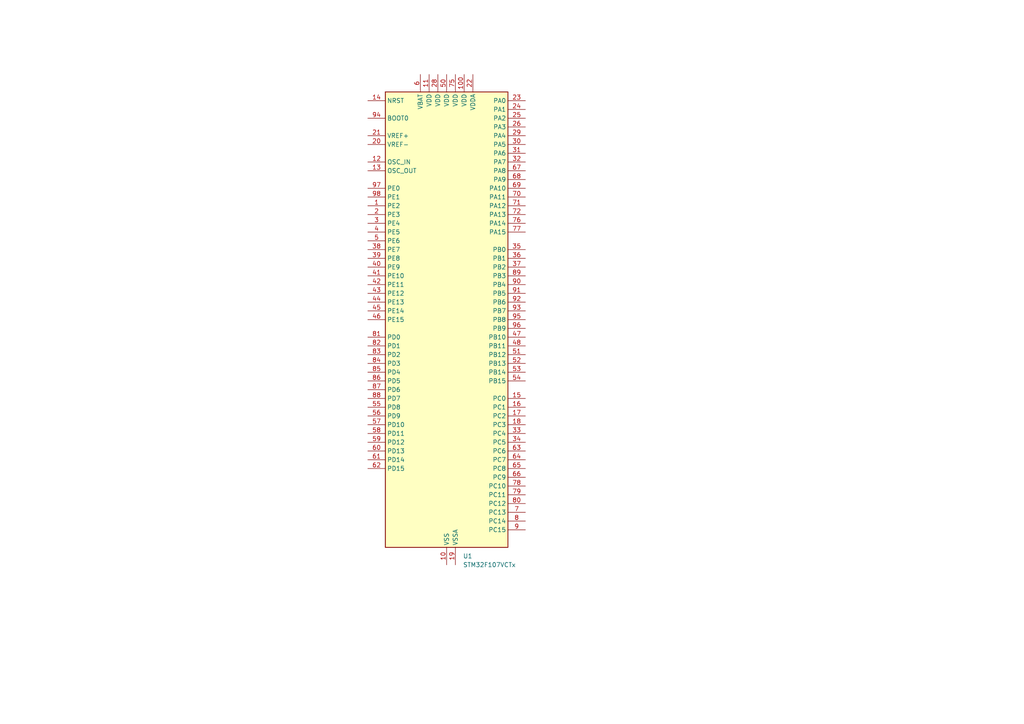
<source format=kicad_sch>
(kicad_sch (version 20231120) (generator "eeschema") (generator_version "8.0")
  (paper "A4")
  (lib_symbols
    (symbol "MCU_ST_STM32F1:STM32F107VCTx"
      (property "Reference" "U" (at -17.78 67.31 0))
      (property "Value" "STM32F107VCTx" (at 10.16 67.31 0))
      (symbol "STM32F107VCTx_0_1"
        (rectangle (start -17.78 -66.04) (end 17.78 66.04) (stroke (width 0.254)) (fill (type background)))
      )
      (symbol "STM32F107VCTx_1_1"
        (pin bidirectional line (at -22.86 33.02 0) (length 5.08) (name "PE2") (number "1"))
        (pin power_in line (at 0 -71.12 90) (length 5.08) (name "VSS") (number "10"))
        (pin power_in line (at 5.08 71.12 270) (length 5.08) (name "VDD") (number "100"))
        (pin power_in line (at -5.08 71.12 270) (length 5.08) (name "VDD") (number "11"))
        (pin input line (at -22.86 45.72 0) (length 5.08) (name "OSC_IN") (number "12"))
        (pin input line (at -22.86 43.18 0) (length 5.08) (name "OSC_OUT") (number "13"))
        (pin input line (at -22.86 63.5 0) (length 5.08) (name "NRST") (number "14"))
        (pin bidirectional line (at 22.86 -22.86 180) (length 5.08) (name "PC0") (number "15"))
        (pin bidirectional line (at 22.86 -25.4 180) (length 5.08) (name "PC1") (number "16"))
        (pin bidirectional line (at 22.86 -27.94 180) (length 5.08) (name "PC2") (number "17"))
        (pin bidirectional line (at 22.86 -30.48 180) (length 5.08) (name "PC3") (number "18"))
        (pin power_in line (at 2.54 -71.12 90) (length 5.08) (name "VSSA") (number "19"))
        (pin bidirectional line (at -22.86 30.48 0) (length 5.08) (name "PE3") (number "2"))
        (pin input line (at -22.86 50.8 0) (length 5.08) (name "VREF-") (number "20"))
        (pin input line (at -22.86 53.34 0) (length 5.08) (name "VREF+") (number "21"))
        (pin power_in line (at 7.62 71.12 270) (length 5.08) (name "VDDA") (number "22"))
        (pin bidirectional line (at 22.86 63.5 180) (length 5.08) (name "PA0") (number "23"))
        (pin bidirectional line (at 22.86 60.96 180) (length 5.08) (name "PA1") (number "24"))
        (pin bidirectional line (at 22.86 58.42 180) (length 5.08) (name "PA2") (number "25"))
        (pin bidirectional line (at 22.86 55.88 180) (length 5.08) (name "PA3") (number "26"))
        (pin passive line (at 0 -71.12 90) (length 5.08) hide (name "VSS") (number "27"))
        (pin power_in line (at -2.54 71.12 270) (length 5.08) (name "VDD") (number "28"))
        (pin bidirectional line (at 22.86 53.34 180) (length 5.08) (name "PA4") (number "29"))
        (pin bidirectional line (at -22.86 27.94 0) (length 5.08) (name "PE4") (number "3"))
        (pin bidirectional line (at 22.86 50.8 180) (length 5.08) (name "PA5") (number "30"))
        (pin bidirectional line (at 22.86 48.26 180) (length 5.08) (name "PA6") (number "31"))
        (pin bidirectional line (at 22.86 45.72 180) (length 5.08) (name "PA7") (number "32"))
        (pin bidirectional line (at 22.86 -33.02 180) (length 5.08) (name "PC4") (number "33"))
        (pin bidirectional line (at 22.86 -35.56 180) (length 5.08) (name "PC5") (number "34"))
        (pin bidirectional line (at 22.86 20.32 180) (length 5.08) (name "PB0") (number "35"))
        (pin bidirectional line (at 22.86 17.78 180) (length 5.08) (name "PB1") (number "36"))
        (pin bidirectional line (at 22.86 15.24 180) (length 5.08) (name "PB2") (number "37"))
        (pin bidirectional line (at -22.86 20.32 0) (length 5.08) (name "PE7") (number "38"))
        (pin bidirectional line (at -22.86 17.78 0) (length 5.08) (name "PE8") (number "39"))
        (pin bidirectional line (at -22.86 25.4 0) (length 5.08) (name "PE5") (number "4"))
        (pin bidirectional line (at -22.86 15.24 0) (length 5.08) (name "PE9") (number "40"))
        (pin bidirectional line (at -22.86 12.7 0) (length 5.08) (name "PE10") (number "41"))
        (pin bidirectional line (at -22.86 10.16 0) (length 5.08) (name "PE11") (number "42"))
        (pin bidirectional line (at -22.86 7.62 0) (length 5.08) (name "PE12") (number "43"))
        (pin bidirectional line (at -22.86 5.08 0) (length 5.08) (name "PE13") (number "44"))
        (pin bidirectional line (at -22.86 2.54 0) (length 5.08) (name "PE14") (number "45"))
        (pin bidirectional line (at -22.86 0 0) (length 5.08) (name "PE15") (number "46"))
        (pin bidirectional line (at 22.86 -5.08 180) (length 5.08) (name "PB10") (number "47"))
        (pin bidirectional line (at 22.86 -7.62 180) (length 5.08) (name "PB11") (number "48"))
        (pin passive line (at 0 -71.12 90) (length 5.08) hide (name "VSS") (number "49"))
        (pin bidirectional line (at -22.86 22.86 0) (length 5.08) (name "PE6") (number "5"))
        (pin power_in line (at 0 71.12 270) (length 5.08) (name "VDD") (number "50"))
        (pin bidirectional line (at 22.86 -10.16 180) (length 5.08) (name "PB12") (number "51"))
        (pin bidirectional line (at 22.86 -12.7 180) (length 5.08) (name "PB13") (number "52"))
        (pin bidirectional line (at 22.86 -15.24 180) (length 5.08) (name "PB14") (number "53"))
        (pin bidirectional line (at 22.86 -17.78 180) (length 5.08) (name "PB15") (number "54"))
        (pin bidirectional line (at -22.86 -25.4 0) (length 5.08) (name "PD8") (number "55"))
        (pin bidirectional line (at -22.86 -27.94 0) (length 5.08) (name "PD9") (number "56"))
        (pin bidirectional line (at -22.86 -30.48 0) (length 5.08) (name "PD10") (number "57"))
        (pin bidirectional line (at -22.86 -33.02 0) (length 5.08) (name "PD11") (number "58"))
        (pin bidirectional line (at -22.86 -35.56 0) (length 5.08) (name "PD12") (number "59"))
        (pin power_in line (at -7.62 71.12 270) (length 5.08) (name "VBAT") (number "6"))
        (pin bidirectional line (at -22.86 -38.1 0) (length 5.08) (name "PD13") (number "60"))
        (pin bidirectional line (at -22.86 -40.64 0) (length 5.08) (name "PD14") (number "61"))
        (pin bidirectional line (at -22.86 -43.18 0) (length 5.08) (name "PD15") (number "62"))
        (pin bidirectional line (at 22.86 -38.1 180) (length 5.08) (name "PC6") (number "63"))
        (pin bidirectional line (at 22.86 -40.64 180) (length 5.08) (name "PC7") (number "64"))
        (pin bidirectional line (at 22.86 -43.18 180) (length 5.08) (name "PC8") (number "65"))
        (pin bidirectional line (at 22.86 -45.72 180) (length 5.08) (name "PC9") (number "66"))
        (pin bidirectional line (at 22.86 43.18 180) (length 5.08) (name "PA8") (number "67"))
        (pin bidirectional line (at 22.86 40.64 180) (length 5.08) (name "PA9") (number "68"))
        (pin bidirectional line (at 22.86 38.1 180) (length 5.08) (name "PA10") (number "69"))
        (pin bidirectional line (at 22.86 -55.88 180) (length 5.08) (name "PC13") (number "7"))
        (pin bidirectional line (at 22.86 35.56 180) (length 5.08) (name "PA11") (number "70"))
        (pin bidirectional line (at 22.86 33.02 180) (length 5.08) (name "PA12") (number "71"))
        (pin bidirectional line (at 22.86 30.48 180) (length 5.08) (name "PA13") (number "72"))
        (pin no_connect line (at -17.78 -66.04 0) (length 5.08) hide (name "NC") (number "73"))
        (pin passive line (at 0 -71.12 90) (length 5.08) hide (name "VSS") (number "74"))
        (pin power_in line (at 2.54 71.12 270) (length 5.08) (name "VDD") (number "75"))
        (pin bidirectional line (at 22.86 27.94 180) (length 5.08) (name "PA14") (number "76"))
        (pin bidirectional line (at 22.86 25.4 180) (length 5.08) (name "PA15") (number "77"))
        (pin bidirectional line (at 22.86 -48.26 180) (length 5.08) (name "PC10") (number "78"))
        (pin bidirectional line (at 22.86 -50.8 180) (length 5.08) (name "PC11") (number "79"))
        (pin bidirectional line (at 22.86 -58.42 180) (length 5.08) (name "PC14") (number "8"))
        (pin bidirectional line (at 22.86 -53.34 180) (length 5.08) (name "PC12") (number "80"))
        (pin bidirectional line (at -22.86 -5.08 0) (length 5.08) (name "PD0") (number "81"))
        (pin bidirectional line (at -22.86 -7.62 0) (length 5.08) (name "PD1") (number "82"))
        (pin bidirectional line (at -22.86 -10.16 0) (length 5.08) (name "PD2") (number "83"))
        (pin bidirectional line (at -22.86 -12.7 0) (length 5.08) (name "PD3") (number "84"))
        (pin bidirectional line (at -22.86 -15.24 0) (length 5.08) (name "PD4") (number "85"))
        (pin bidirectional line (at -22.86 -17.78 0) (length 5.08) (name "PD5") (number "86"))
        (pin bidirectional line (at -22.86 -20.32 0) (length 5.08) (name "PD6") (number "87"))
        (pin bidirectional line (at -22.86 -22.86 0) (length 5.08) (name "PD7") (number "88"))
        (pin bidirectional line (at 22.86 12.7 180) (length 5.08) (name "PB3") (number "89"))
        (pin bidirectional line (at 22.86 -60.96 180) (length 5.08) (name "PC15") (number "9"))
        (pin bidirectional line (at 22.86 10.16 180) (length 5.08) (name "PB4") (number "90"))
        (pin bidirectional line (at 22.86 7.62 180) (length 5.08) (name "PB5") (number "91"))
        (pin bidirectional line (at 22.86 5.08 180) (length 5.08) (name "PB6") (number "92"))
        (pin bidirectional line (at 22.86 2.54 180) (length 5.08) (name "PB7") (number "93"))
        (pin input line (at -22.86 58.42 0) (length 5.08) (name "BOOT0") (number "94"))
        (pin bidirectional line (at 22.86 0 180) (length 5.08) (name "PB8") (number "95"))
        (pin bidirectional line (at 22.86 -2.54 180) (length 5.08) (name "PB9") (number "96"))
        (pin bidirectional line (at -22.86 38.1 0) (length 5.08) (name "PE0") (number "97"))
        (pin bidirectional line (at -22.86 35.56 0) (length 5.08) (name "PE1") (number "98"))
        (pin passive line (at 0 -71.12 90) (length 5.08) hide (name "VSS") (number "99"))
      )
    )
  )
  (symbol (lib_id "MCU_ST_STM32F1:STM32F107VCTx") (at 129.54 92.71 0) (unit 1)
    (property "Reference" "U1" (at 134.2741 161.29 0) (effects (justify left)))
    (property "Value" "STM32F107VCTx" (at 134.2741 163.83 0) (effects (justify left)))
    (property "Footprint" "Package_QFP:LQFP-100_14x14mm_P0.5mm" (effects (hide yes)))
    (property "Datasheet" "https://www.st.com/resource/en/datasheet/stm32f107vc.pdf" (effects (hide yes)))
    (property "Description" "STMicroelectronics Arm Cortex-M3 MCU, 256KB flash, 64KB RAM, 72 MHz, 2.0-3.6V, 80 GPIO, LQFP100" (effects (hide yes)))
  )
)
</source>
